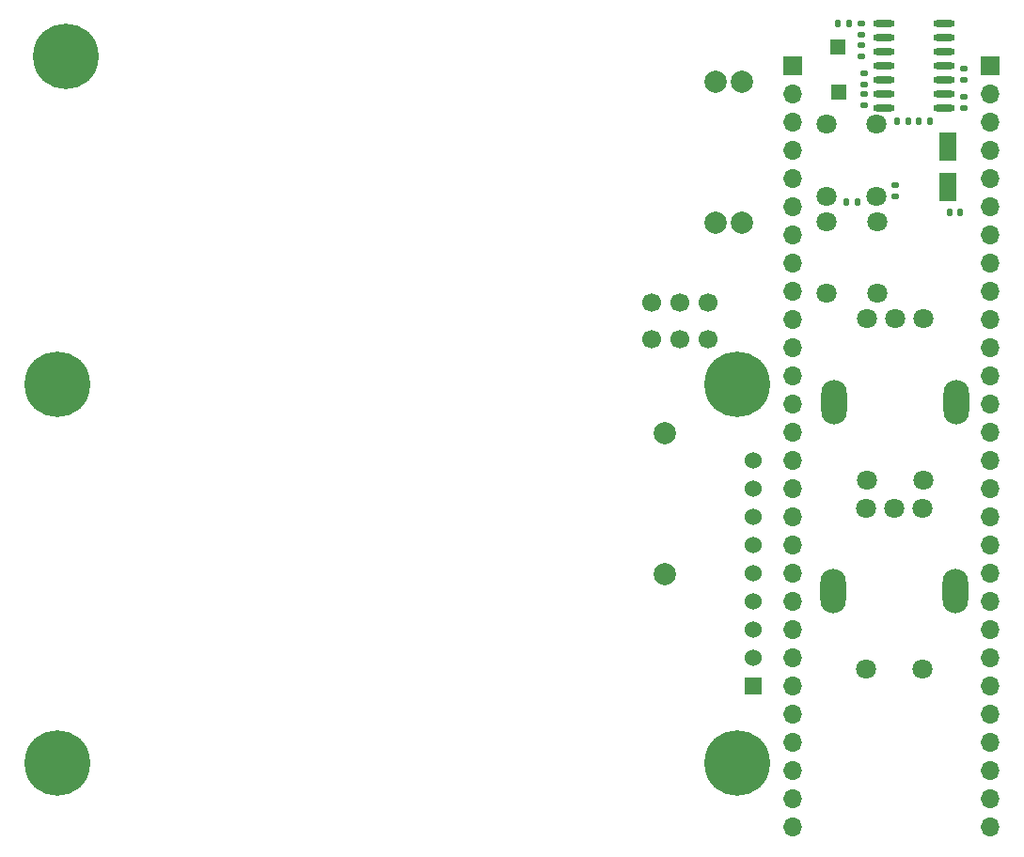
<source format=gbr>
%TF.GenerationSoftware,KiCad,Pcbnew,9.0.0*%
%TF.CreationDate,2025-11-19T14:43:49-05:00*%
%TF.ProjectId,ECE_362_final_proj,4543455f-3336-4325-9f66-696e616c5f70,rev?*%
%TF.SameCoordinates,Original*%
%TF.FileFunction,Soldermask,Top*%
%TF.FilePolarity,Negative*%
%FSLAX46Y46*%
G04 Gerber Fmt 4.6, Leading zero omitted, Abs format (unit mm)*
G04 Created by KiCad (PCBNEW 9.0.0) date 2025-11-19 14:43:49*
%MOMM*%
%LPD*%
G01*
G04 APERTURE LIST*
G04 Aperture macros list*
%AMRoundRect*
0 Rectangle with rounded corners*
0 $1 Rounding radius*
0 $2 $3 $4 $5 $6 $7 $8 $9 X,Y pos of 4 corners*
0 Add a 4 corners polygon primitive as box body*
4,1,4,$2,$3,$4,$5,$6,$7,$8,$9,$2,$3,0*
0 Add four circle primitives for the rounded corners*
1,1,$1+$1,$2,$3*
1,1,$1+$1,$4,$5*
1,1,$1+$1,$6,$7*
1,1,$1+$1,$8,$9*
0 Add four rect primitives between the rounded corners*
20,1,$1+$1,$2,$3,$4,$5,0*
20,1,$1+$1,$4,$5,$6,$7,0*
20,1,$1+$1,$6,$7,$8,$9,0*
20,1,$1+$1,$8,$9,$2,$3,0*%
G04 Aperture macros list end*
%ADD10O,2.300000X4.000000*%
%ADD11C,1.800000*%
%ADD12RoundRect,0.135000X-0.185000X0.135000X-0.185000X-0.135000X0.185000X-0.135000X0.185000X0.135000X0*%
%ADD13RoundRect,0.135000X0.185000X-0.135000X0.185000X0.135000X-0.185000X0.135000X-0.185000X-0.135000X0*%
%ADD14RoundRect,0.135000X0.135000X0.185000X-0.135000X0.185000X-0.135000X-0.185000X0.135000X-0.185000X0*%
%ADD15C,2.000000*%
%ADD16RoundRect,0.140000X0.140000X0.170000X-0.140000X0.170000X-0.140000X-0.170000X0.140000X-0.170000X0*%
%ADD17C,5.900000*%
%ADD18RoundRect,0.135000X-0.135000X-0.185000X0.135000X-0.185000X0.135000X0.185000X-0.135000X0.185000X0*%
%ADD19R,1.350000X1.350000*%
%ADD20O,1.967500X0.595000*%
%ADD21R,1.524000X1.524000*%
%ADD22C,1.524000*%
%ADD23C,1.700000*%
%ADD24RoundRect,0.250000X-0.550000X1.050000X-0.550000X-1.050000X0.550000X-1.050000X0.550000X1.050000X0*%
%ADD25R,1.700000X1.700000*%
%ADD26O,1.700000X1.700000*%
G04 APERTURE END LIST*
D10*
%TO.C,SW3*%
X13556000Y-51617000D03*
X24556000Y-51617000D03*
D11*
X21596000Y-44117000D03*
X16516000Y-44117000D03*
X19056000Y-44117000D03*
X21596000Y-58617000D03*
X16516000Y-58617000D03*
%TD*%
D12*
%TO.C,R2*%
X16076000Y-455375D03*
X16076000Y-1475375D03*
%TD*%
D10*
%TO.C,SW1*%
X13636000Y-34567000D03*
X24636000Y-34567000D03*
D11*
X21676000Y-27067000D03*
X16596000Y-27067000D03*
X19136000Y-27067000D03*
X21676000Y-41567000D03*
X16596000Y-41567000D03*
%TD*%
D13*
%TO.C,R10*%
X19146000Y-16047000D03*
X19146000Y-15027000D03*
%TD*%
D14*
%TO.C,R7*%
X20326000Y-9267000D03*
X19306000Y-9267000D03*
%TD*%
D11*
%TO.C,SW2*%
X12956000Y-16037000D03*
X12956000Y-9537000D03*
X17456000Y-16037000D03*
X17456000Y-9537000D03*
%TD*%
D15*
%TO.C,BT1*%
X5326000Y-5717000D03*
X5326000Y-18417000D03*
%TD*%
D16*
%TO.C,C1*%
X24976000Y-17497000D03*
X24016000Y-17497000D03*
%TD*%
D12*
%TO.C,R5*%
X25286000Y-4487000D03*
X25286000Y-5507000D03*
%TD*%
D14*
%TO.C,R11*%
X15706000Y-16547000D03*
X14686000Y-16547000D03*
%TD*%
D12*
%TO.C,R6*%
X16306000Y-4917000D03*
X16306000Y-5937000D03*
%TD*%
D17*
%TO.C,*%
X-55544000Y-3407000D03*
%TD*%
D18*
%TO.C,R1*%
X13986000Y-455375D03*
X15006000Y-455375D03*
%TD*%
D19*
%TO.C,J1*%
X13986000Y-2545375D03*
%TD*%
D14*
%TO.C,R8*%
X22236000Y-9267000D03*
X21216000Y-9267000D03*
%TD*%
D11*
%TO.C,SW4*%
X12976000Y-24787000D03*
X12976000Y-18287000D03*
X17476000Y-24787000D03*
X17476000Y-18287000D03*
%TD*%
D12*
%TO.C,R4*%
X25286000Y-7027000D03*
X25286000Y-8047000D03*
%TD*%
D20*
%TO.C,U1*%
X18076000Y-427000D03*
X18076000Y-1697000D03*
X18076000Y-2967000D03*
X18076000Y-4237000D03*
X18076000Y-5507000D03*
X18076000Y-6777000D03*
X18076000Y-8047000D03*
X23544000Y-8047000D03*
X23544000Y-6777000D03*
X23544000Y-5507000D03*
X23544000Y-4237000D03*
X23544000Y-2967000D03*
X23544000Y-1697000D03*
X23544000Y-427000D03*
%TD*%
D12*
%TO.C,R3*%
X16076000Y-2435375D03*
X16076000Y-3455375D03*
%TD*%
%TO.C,R9*%
X16326000Y-6777000D03*
X16326000Y-7797000D03*
%TD*%
D17*
%TO.C,U2*%
X4863000Y-67073000D03*
X4863000Y-32973000D03*
X-56337000Y-67073000D03*
X-56337000Y-32973000D03*
D21*
X6363000Y-60183000D03*
D22*
X6363000Y-57643000D03*
X6363000Y-55103000D03*
X6363000Y-52563000D03*
X6363000Y-50023000D03*
X6363000Y-47483000D03*
X6363000Y-44943000D03*
X6363000Y-42403000D03*
X6363000Y-39863000D03*
%TD*%
D19*
%TO.C,J2*%
X14016000Y-6618400D03*
%TD*%
D23*
%TO.C,U_Switch*%
X-2768000Y-25566800D03*
X-228000Y-25566800D03*
X2312000Y-25566800D03*
X-2768000Y-28866800D03*
X-228000Y-28866800D03*
X2312000Y-28866800D03*
%TD*%
D24*
%TO.C,C2*%
X23846000Y-11557000D03*
X23846000Y-15157000D03*
%TD*%
D25*
%TO.C,J4*%
X27661200Y-4281600D03*
D26*
X27661200Y-6821600D03*
X27661200Y-9361600D03*
X27661200Y-11901600D03*
X27661200Y-14441600D03*
X27661200Y-16981600D03*
X27661200Y-19521600D03*
X27661200Y-22061600D03*
X27661200Y-24601600D03*
X27661200Y-27141600D03*
X27661200Y-29681600D03*
X27661200Y-32221600D03*
X27661200Y-34761600D03*
X27661200Y-37301600D03*
X27661200Y-39841600D03*
X27661200Y-42381600D03*
X27661200Y-44921600D03*
X27661200Y-47461600D03*
X27661200Y-50001600D03*
X27661200Y-52541600D03*
X27661200Y-55081600D03*
X27661200Y-57621600D03*
X27661200Y-60161600D03*
X27661200Y-62701600D03*
X27661200Y-65241600D03*
X27661200Y-67781600D03*
X27661200Y-70321600D03*
X27661200Y-72861600D03*
%TD*%
D15*
%TO.C,BATT3*%
X-1651500Y-37342000D03*
X-1651500Y-50042000D03*
%TD*%
D25*
%TO.C,J3*%
X9932000Y-4247000D03*
D26*
X9932000Y-6787000D03*
X9932000Y-9327000D03*
X9932000Y-11867000D03*
X9932000Y-14407000D03*
X9932000Y-16947000D03*
X9932000Y-19487000D03*
X9932000Y-22027000D03*
X9932000Y-24567000D03*
X9932000Y-27107000D03*
X9932000Y-29647000D03*
X9932000Y-32187000D03*
X9932000Y-34727000D03*
X9932000Y-37267000D03*
X9932000Y-39807000D03*
X9932000Y-42347000D03*
X9932000Y-44887000D03*
X9932000Y-47427000D03*
X9932000Y-49967000D03*
X9932000Y-52507000D03*
X9932000Y-55047000D03*
X9932000Y-57587000D03*
X9932000Y-60127000D03*
X9932000Y-62667000D03*
X9932000Y-65207000D03*
X9932000Y-67747000D03*
X9932000Y-70287000D03*
X9932000Y-72827000D03*
%TD*%
D15*
%TO.C,BT2*%
X2956000Y-18417000D03*
X2956000Y-5717000D03*
%TD*%
M02*

</source>
